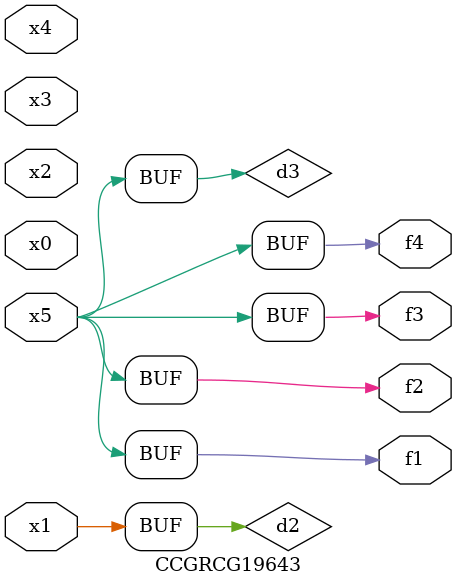
<source format=v>
module CCGRCG19643(
	input x0, x1, x2, x3, x4, x5,
	output f1, f2, f3, f4
);

	wire d1, d2, d3;

	not (d1, x5);
	or (d2, x1);
	xnor (d3, d1);
	assign f1 = d3;
	assign f2 = d3;
	assign f3 = d3;
	assign f4 = d3;
endmodule

</source>
